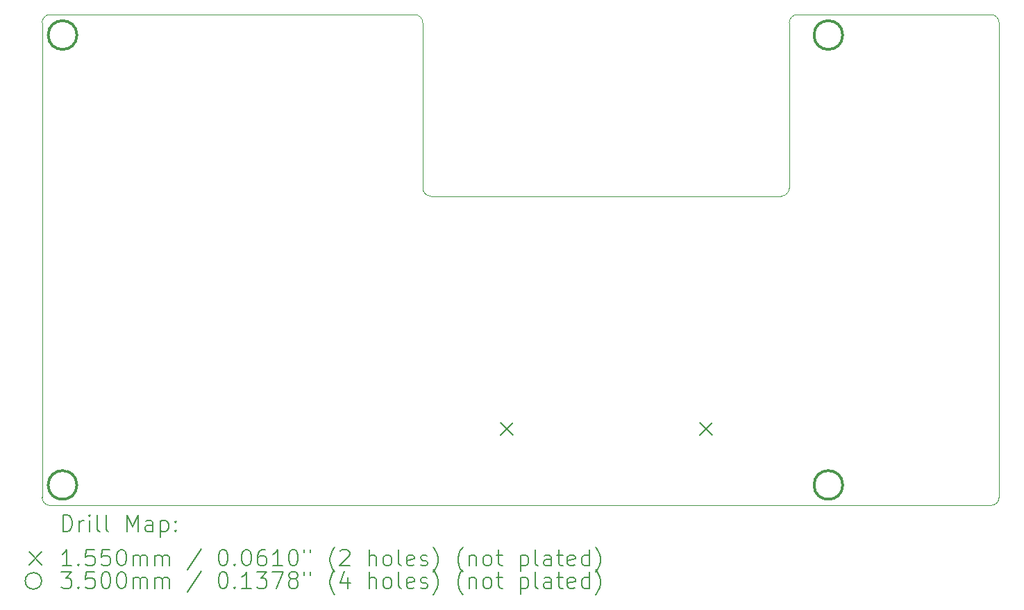
<source format=gbr>
%TF.GenerationSoftware,KiCad,Pcbnew,7.0.11*%
%TF.CreationDate,2024-05-26T23:12:03+03:00*%
%TF.ProjectId,delta_flop_arduino,64656c74-615f-4666-9c6f-705f61726475,rev?*%
%TF.SameCoordinates,Original*%
%TF.FileFunction,Drillmap*%
%TF.FilePolarity,Positive*%
%FSLAX45Y45*%
G04 Gerber Fmt 4.5, Leading zero omitted, Abs format (unit mm)*
G04 Created by KiCad (PCBNEW 7.0.11) date 2024-05-26 23:12:03*
%MOMM*%
%LPD*%
G01*
G04 APERTURE LIST*
%ADD10C,0.100000*%
%ADD11C,0.200000*%
%ADD12C,0.155000*%
%ADD13C,0.350000*%
G04 APERTURE END LIST*
D10*
X10427640Y-10154920D02*
G75*
G03*
X10327640Y-10254920I0J-100000D01*
G01*
X14970760Y-10254920D02*
G75*
G03*
X14870760Y-10154920I-100000J0D01*
G01*
X10327640Y-16044240D02*
G75*
G03*
X10427640Y-16144240I100000J0D01*
G01*
X19441160Y-12269800D02*
X19441160Y-10254920D01*
X22000000Y-10254920D02*
G75*
G03*
X21900000Y-10154920I-100000J0D01*
G01*
X22000000Y-10254920D02*
X22000000Y-16044240D01*
X19541160Y-10154920D02*
G75*
G03*
X19441160Y-10254920I0J-100000D01*
G01*
X10327640Y-16044240D02*
X10327640Y-10254920D01*
X19541160Y-10154920D02*
X21900000Y-10154920D01*
X19341160Y-12369800D02*
G75*
G03*
X19441160Y-12269800I0J100000D01*
G01*
X21900000Y-16144240D02*
G75*
G03*
X22000000Y-16044240I0J100000D01*
G01*
X14970760Y-12269800D02*
G75*
G03*
X15070760Y-12369800I100000J0D01*
G01*
X21900000Y-16144240D02*
X10427640Y-16144240D01*
X10427640Y-10154920D02*
X14870760Y-10154920D01*
X15070760Y-12369800D02*
X19341160Y-12369800D01*
X14970760Y-10254920D02*
X14970760Y-12269800D01*
D11*
D12*
X15920500Y-15134320D02*
X16075500Y-15289320D01*
X16075500Y-15134320D02*
X15920500Y-15289320D01*
X18346500Y-15134320D02*
X18501500Y-15289320D01*
X18501500Y-15134320D02*
X18346500Y-15289320D01*
D13*
X10752640Y-10404920D02*
G75*
G03*
X10402640Y-10404920I-175000J0D01*
G01*
X10402640Y-10404920D02*
G75*
G03*
X10752640Y-10404920I175000J0D01*
G01*
X10752640Y-15894240D02*
G75*
G03*
X10402640Y-15894240I-175000J0D01*
G01*
X10402640Y-15894240D02*
G75*
G03*
X10752640Y-15894240I175000J0D01*
G01*
X20092600Y-10404920D02*
G75*
G03*
X19742600Y-10404920I-175000J0D01*
G01*
X19742600Y-10404920D02*
G75*
G03*
X20092600Y-10404920I175000J0D01*
G01*
X20092600Y-15894240D02*
G75*
G03*
X19742600Y-15894240I-175000J0D01*
G01*
X19742600Y-15894240D02*
G75*
G03*
X20092600Y-15894240I175000J0D01*
G01*
D11*
X10583417Y-16460724D02*
X10583417Y-16260724D01*
X10583417Y-16260724D02*
X10631036Y-16260724D01*
X10631036Y-16260724D02*
X10659607Y-16270248D01*
X10659607Y-16270248D02*
X10678655Y-16289295D01*
X10678655Y-16289295D02*
X10688179Y-16308343D01*
X10688179Y-16308343D02*
X10697703Y-16346438D01*
X10697703Y-16346438D02*
X10697703Y-16375009D01*
X10697703Y-16375009D02*
X10688179Y-16413105D01*
X10688179Y-16413105D02*
X10678655Y-16432152D01*
X10678655Y-16432152D02*
X10659607Y-16451200D01*
X10659607Y-16451200D02*
X10631036Y-16460724D01*
X10631036Y-16460724D02*
X10583417Y-16460724D01*
X10783417Y-16460724D02*
X10783417Y-16327390D01*
X10783417Y-16365486D02*
X10792941Y-16346438D01*
X10792941Y-16346438D02*
X10802464Y-16336914D01*
X10802464Y-16336914D02*
X10821512Y-16327390D01*
X10821512Y-16327390D02*
X10840560Y-16327390D01*
X10907226Y-16460724D02*
X10907226Y-16327390D01*
X10907226Y-16260724D02*
X10897703Y-16270248D01*
X10897703Y-16270248D02*
X10907226Y-16279771D01*
X10907226Y-16279771D02*
X10916750Y-16270248D01*
X10916750Y-16270248D02*
X10907226Y-16260724D01*
X10907226Y-16260724D02*
X10907226Y-16279771D01*
X11031036Y-16460724D02*
X11011988Y-16451200D01*
X11011988Y-16451200D02*
X11002464Y-16432152D01*
X11002464Y-16432152D02*
X11002464Y-16260724D01*
X11135798Y-16460724D02*
X11116750Y-16451200D01*
X11116750Y-16451200D02*
X11107226Y-16432152D01*
X11107226Y-16432152D02*
X11107226Y-16260724D01*
X11364369Y-16460724D02*
X11364369Y-16260724D01*
X11364369Y-16260724D02*
X11431036Y-16403581D01*
X11431036Y-16403581D02*
X11497702Y-16260724D01*
X11497702Y-16260724D02*
X11497702Y-16460724D01*
X11678655Y-16460724D02*
X11678655Y-16355962D01*
X11678655Y-16355962D02*
X11669131Y-16336914D01*
X11669131Y-16336914D02*
X11650083Y-16327390D01*
X11650083Y-16327390D02*
X11611988Y-16327390D01*
X11611988Y-16327390D02*
X11592941Y-16336914D01*
X11678655Y-16451200D02*
X11659607Y-16460724D01*
X11659607Y-16460724D02*
X11611988Y-16460724D01*
X11611988Y-16460724D02*
X11592941Y-16451200D01*
X11592941Y-16451200D02*
X11583417Y-16432152D01*
X11583417Y-16432152D02*
X11583417Y-16413105D01*
X11583417Y-16413105D02*
X11592941Y-16394057D01*
X11592941Y-16394057D02*
X11611988Y-16384533D01*
X11611988Y-16384533D02*
X11659607Y-16384533D01*
X11659607Y-16384533D02*
X11678655Y-16375009D01*
X11773893Y-16327390D02*
X11773893Y-16527390D01*
X11773893Y-16336914D02*
X11792941Y-16327390D01*
X11792941Y-16327390D02*
X11831036Y-16327390D01*
X11831036Y-16327390D02*
X11850083Y-16336914D01*
X11850083Y-16336914D02*
X11859607Y-16346438D01*
X11859607Y-16346438D02*
X11869131Y-16365486D01*
X11869131Y-16365486D02*
X11869131Y-16422628D01*
X11869131Y-16422628D02*
X11859607Y-16441676D01*
X11859607Y-16441676D02*
X11850083Y-16451200D01*
X11850083Y-16451200D02*
X11831036Y-16460724D01*
X11831036Y-16460724D02*
X11792941Y-16460724D01*
X11792941Y-16460724D02*
X11773893Y-16451200D01*
X11954845Y-16441676D02*
X11964369Y-16451200D01*
X11964369Y-16451200D02*
X11954845Y-16460724D01*
X11954845Y-16460724D02*
X11945322Y-16451200D01*
X11945322Y-16451200D02*
X11954845Y-16441676D01*
X11954845Y-16441676D02*
X11954845Y-16460724D01*
X11954845Y-16336914D02*
X11964369Y-16346438D01*
X11964369Y-16346438D02*
X11954845Y-16355962D01*
X11954845Y-16355962D02*
X11945322Y-16346438D01*
X11945322Y-16346438D02*
X11954845Y-16336914D01*
X11954845Y-16336914D02*
X11954845Y-16355962D01*
D12*
X10167640Y-16711740D02*
X10322640Y-16866740D01*
X10322640Y-16711740D02*
X10167640Y-16866740D01*
D11*
X10688179Y-16880724D02*
X10573893Y-16880724D01*
X10631036Y-16880724D02*
X10631036Y-16680724D01*
X10631036Y-16680724D02*
X10611988Y-16709295D01*
X10611988Y-16709295D02*
X10592941Y-16728343D01*
X10592941Y-16728343D02*
X10573893Y-16737867D01*
X10773893Y-16861676D02*
X10783417Y-16871200D01*
X10783417Y-16871200D02*
X10773893Y-16880724D01*
X10773893Y-16880724D02*
X10764369Y-16871200D01*
X10764369Y-16871200D02*
X10773893Y-16861676D01*
X10773893Y-16861676D02*
X10773893Y-16880724D01*
X10964369Y-16680724D02*
X10869131Y-16680724D01*
X10869131Y-16680724D02*
X10859607Y-16775962D01*
X10859607Y-16775962D02*
X10869131Y-16766438D01*
X10869131Y-16766438D02*
X10888179Y-16756914D01*
X10888179Y-16756914D02*
X10935798Y-16756914D01*
X10935798Y-16756914D02*
X10954845Y-16766438D01*
X10954845Y-16766438D02*
X10964369Y-16775962D01*
X10964369Y-16775962D02*
X10973893Y-16795010D01*
X10973893Y-16795010D02*
X10973893Y-16842629D01*
X10973893Y-16842629D02*
X10964369Y-16861676D01*
X10964369Y-16861676D02*
X10954845Y-16871200D01*
X10954845Y-16871200D02*
X10935798Y-16880724D01*
X10935798Y-16880724D02*
X10888179Y-16880724D01*
X10888179Y-16880724D02*
X10869131Y-16871200D01*
X10869131Y-16871200D02*
X10859607Y-16861676D01*
X11154845Y-16680724D02*
X11059607Y-16680724D01*
X11059607Y-16680724D02*
X11050084Y-16775962D01*
X11050084Y-16775962D02*
X11059607Y-16766438D01*
X11059607Y-16766438D02*
X11078655Y-16756914D01*
X11078655Y-16756914D02*
X11126274Y-16756914D01*
X11126274Y-16756914D02*
X11145322Y-16766438D01*
X11145322Y-16766438D02*
X11154845Y-16775962D01*
X11154845Y-16775962D02*
X11164369Y-16795010D01*
X11164369Y-16795010D02*
X11164369Y-16842629D01*
X11164369Y-16842629D02*
X11154845Y-16861676D01*
X11154845Y-16861676D02*
X11145322Y-16871200D01*
X11145322Y-16871200D02*
X11126274Y-16880724D01*
X11126274Y-16880724D02*
X11078655Y-16880724D01*
X11078655Y-16880724D02*
X11059607Y-16871200D01*
X11059607Y-16871200D02*
X11050084Y-16861676D01*
X11288179Y-16680724D02*
X11307226Y-16680724D01*
X11307226Y-16680724D02*
X11326274Y-16690248D01*
X11326274Y-16690248D02*
X11335798Y-16699771D01*
X11335798Y-16699771D02*
X11345322Y-16718819D01*
X11345322Y-16718819D02*
X11354845Y-16756914D01*
X11354845Y-16756914D02*
X11354845Y-16804533D01*
X11354845Y-16804533D02*
X11345322Y-16842629D01*
X11345322Y-16842629D02*
X11335798Y-16861676D01*
X11335798Y-16861676D02*
X11326274Y-16871200D01*
X11326274Y-16871200D02*
X11307226Y-16880724D01*
X11307226Y-16880724D02*
X11288179Y-16880724D01*
X11288179Y-16880724D02*
X11269131Y-16871200D01*
X11269131Y-16871200D02*
X11259607Y-16861676D01*
X11259607Y-16861676D02*
X11250083Y-16842629D01*
X11250083Y-16842629D02*
X11240560Y-16804533D01*
X11240560Y-16804533D02*
X11240560Y-16756914D01*
X11240560Y-16756914D02*
X11250083Y-16718819D01*
X11250083Y-16718819D02*
X11259607Y-16699771D01*
X11259607Y-16699771D02*
X11269131Y-16690248D01*
X11269131Y-16690248D02*
X11288179Y-16680724D01*
X11440560Y-16880724D02*
X11440560Y-16747390D01*
X11440560Y-16766438D02*
X11450083Y-16756914D01*
X11450083Y-16756914D02*
X11469131Y-16747390D01*
X11469131Y-16747390D02*
X11497703Y-16747390D01*
X11497703Y-16747390D02*
X11516750Y-16756914D01*
X11516750Y-16756914D02*
X11526274Y-16775962D01*
X11526274Y-16775962D02*
X11526274Y-16880724D01*
X11526274Y-16775962D02*
X11535798Y-16756914D01*
X11535798Y-16756914D02*
X11554845Y-16747390D01*
X11554845Y-16747390D02*
X11583417Y-16747390D01*
X11583417Y-16747390D02*
X11602464Y-16756914D01*
X11602464Y-16756914D02*
X11611988Y-16775962D01*
X11611988Y-16775962D02*
X11611988Y-16880724D01*
X11707226Y-16880724D02*
X11707226Y-16747390D01*
X11707226Y-16766438D02*
X11716750Y-16756914D01*
X11716750Y-16756914D02*
X11735798Y-16747390D01*
X11735798Y-16747390D02*
X11764369Y-16747390D01*
X11764369Y-16747390D02*
X11783417Y-16756914D01*
X11783417Y-16756914D02*
X11792941Y-16775962D01*
X11792941Y-16775962D02*
X11792941Y-16880724D01*
X11792941Y-16775962D02*
X11802464Y-16756914D01*
X11802464Y-16756914D02*
X11821512Y-16747390D01*
X11821512Y-16747390D02*
X11850083Y-16747390D01*
X11850083Y-16747390D02*
X11869131Y-16756914D01*
X11869131Y-16756914D02*
X11878655Y-16775962D01*
X11878655Y-16775962D02*
X11878655Y-16880724D01*
X12269131Y-16671200D02*
X12097703Y-16928343D01*
X12526274Y-16680724D02*
X12545322Y-16680724D01*
X12545322Y-16680724D02*
X12564369Y-16690248D01*
X12564369Y-16690248D02*
X12573893Y-16699771D01*
X12573893Y-16699771D02*
X12583417Y-16718819D01*
X12583417Y-16718819D02*
X12592941Y-16756914D01*
X12592941Y-16756914D02*
X12592941Y-16804533D01*
X12592941Y-16804533D02*
X12583417Y-16842629D01*
X12583417Y-16842629D02*
X12573893Y-16861676D01*
X12573893Y-16861676D02*
X12564369Y-16871200D01*
X12564369Y-16871200D02*
X12545322Y-16880724D01*
X12545322Y-16880724D02*
X12526274Y-16880724D01*
X12526274Y-16880724D02*
X12507226Y-16871200D01*
X12507226Y-16871200D02*
X12497703Y-16861676D01*
X12497703Y-16861676D02*
X12488179Y-16842629D01*
X12488179Y-16842629D02*
X12478655Y-16804533D01*
X12478655Y-16804533D02*
X12478655Y-16756914D01*
X12478655Y-16756914D02*
X12488179Y-16718819D01*
X12488179Y-16718819D02*
X12497703Y-16699771D01*
X12497703Y-16699771D02*
X12507226Y-16690248D01*
X12507226Y-16690248D02*
X12526274Y-16680724D01*
X12678655Y-16861676D02*
X12688179Y-16871200D01*
X12688179Y-16871200D02*
X12678655Y-16880724D01*
X12678655Y-16880724D02*
X12669131Y-16871200D01*
X12669131Y-16871200D02*
X12678655Y-16861676D01*
X12678655Y-16861676D02*
X12678655Y-16880724D01*
X12811988Y-16680724D02*
X12831036Y-16680724D01*
X12831036Y-16680724D02*
X12850084Y-16690248D01*
X12850084Y-16690248D02*
X12859607Y-16699771D01*
X12859607Y-16699771D02*
X12869131Y-16718819D01*
X12869131Y-16718819D02*
X12878655Y-16756914D01*
X12878655Y-16756914D02*
X12878655Y-16804533D01*
X12878655Y-16804533D02*
X12869131Y-16842629D01*
X12869131Y-16842629D02*
X12859607Y-16861676D01*
X12859607Y-16861676D02*
X12850084Y-16871200D01*
X12850084Y-16871200D02*
X12831036Y-16880724D01*
X12831036Y-16880724D02*
X12811988Y-16880724D01*
X12811988Y-16880724D02*
X12792941Y-16871200D01*
X12792941Y-16871200D02*
X12783417Y-16861676D01*
X12783417Y-16861676D02*
X12773893Y-16842629D01*
X12773893Y-16842629D02*
X12764369Y-16804533D01*
X12764369Y-16804533D02*
X12764369Y-16756914D01*
X12764369Y-16756914D02*
X12773893Y-16718819D01*
X12773893Y-16718819D02*
X12783417Y-16699771D01*
X12783417Y-16699771D02*
X12792941Y-16690248D01*
X12792941Y-16690248D02*
X12811988Y-16680724D01*
X13050084Y-16680724D02*
X13011988Y-16680724D01*
X13011988Y-16680724D02*
X12992941Y-16690248D01*
X12992941Y-16690248D02*
X12983417Y-16699771D01*
X12983417Y-16699771D02*
X12964369Y-16728343D01*
X12964369Y-16728343D02*
X12954846Y-16766438D01*
X12954846Y-16766438D02*
X12954846Y-16842629D01*
X12954846Y-16842629D02*
X12964369Y-16861676D01*
X12964369Y-16861676D02*
X12973893Y-16871200D01*
X12973893Y-16871200D02*
X12992941Y-16880724D01*
X12992941Y-16880724D02*
X13031036Y-16880724D01*
X13031036Y-16880724D02*
X13050084Y-16871200D01*
X13050084Y-16871200D02*
X13059607Y-16861676D01*
X13059607Y-16861676D02*
X13069131Y-16842629D01*
X13069131Y-16842629D02*
X13069131Y-16795010D01*
X13069131Y-16795010D02*
X13059607Y-16775962D01*
X13059607Y-16775962D02*
X13050084Y-16766438D01*
X13050084Y-16766438D02*
X13031036Y-16756914D01*
X13031036Y-16756914D02*
X12992941Y-16756914D01*
X12992941Y-16756914D02*
X12973893Y-16766438D01*
X12973893Y-16766438D02*
X12964369Y-16775962D01*
X12964369Y-16775962D02*
X12954846Y-16795010D01*
X13259607Y-16880724D02*
X13145322Y-16880724D01*
X13202465Y-16880724D02*
X13202465Y-16680724D01*
X13202465Y-16680724D02*
X13183417Y-16709295D01*
X13183417Y-16709295D02*
X13164369Y-16728343D01*
X13164369Y-16728343D02*
X13145322Y-16737867D01*
X13383417Y-16680724D02*
X13402465Y-16680724D01*
X13402465Y-16680724D02*
X13421512Y-16690248D01*
X13421512Y-16690248D02*
X13431036Y-16699771D01*
X13431036Y-16699771D02*
X13440560Y-16718819D01*
X13440560Y-16718819D02*
X13450084Y-16756914D01*
X13450084Y-16756914D02*
X13450084Y-16804533D01*
X13450084Y-16804533D02*
X13440560Y-16842629D01*
X13440560Y-16842629D02*
X13431036Y-16861676D01*
X13431036Y-16861676D02*
X13421512Y-16871200D01*
X13421512Y-16871200D02*
X13402465Y-16880724D01*
X13402465Y-16880724D02*
X13383417Y-16880724D01*
X13383417Y-16880724D02*
X13364369Y-16871200D01*
X13364369Y-16871200D02*
X13354846Y-16861676D01*
X13354846Y-16861676D02*
X13345322Y-16842629D01*
X13345322Y-16842629D02*
X13335798Y-16804533D01*
X13335798Y-16804533D02*
X13335798Y-16756914D01*
X13335798Y-16756914D02*
X13345322Y-16718819D01*
X13345322Y-16718819D02*
X13354846Y-16699771D01*
X13354846Y-16699771D02*
X13364369Y-16690248D01*
X13364369Y-16690248D02*
X13383417Y-16680724D01*
X13526274Y-16680724D02*
X13526274Y-16718819D01*
X13602465Y-16680724D02*
X13602465Y-16718819D01*
X13897703Y-16956914D02*
X13888179Y-16947390D01*
X13888179Y-16947390D02*
X13869131Y-16918819D01*
X13869131Y-16918819D02*
X13859608Y-16899771D01*
X13859608Y-16899771D02*
X13850084Y-16871200D01*
X13850084Y-16871200D02*
X13840560Y-16823581D01*
X13840560Y-16823581D02*
X13840560Y-16785486D01*
X13840560Y-16785486D02*
X13850084Y-16737867D01*
X13850084Y-16737867D02*
X13859608Y-16709295D01*
X13859608Y-16709295D02*
X13869131Y-16690248D01*
X13869131Y-16690248D02*
X13888179Y-16661676D01*
X13888179Y-16661676D02*
X13897703Y-16652152D01*
X13964369Y-16699771D02*
X13973893Y-16690248D01*
X13973893Y-16690248D02*
X13992941Y-16680724D01*
X13992941Y-16680724D02*
X14040560Y-16680724D01*
X14040560Y-16680724D02*
X14059608Y-16690248D01*
X14059608Y-16690248D02*
X14069131Y-16699771D01*
X14069131Y-16699771D02*
X14078655Y-16718819D01*
X14078655Y-16718819D02*
X14078655Y-16737867D01*
X14078655Y-16737867D02*
X14069131Y-16766438D01*
X14069131Y-16766438D02*
X13954846Y-16880724D01*
X13954846Y-16880724D02*
X14078655Y-16880724D01*
X14316750Y-16880724D02*
X14316750Y-16680724D01*
X14402465Y-16880724D02*
X14402465Y-16775962D01*
X14402465Y-16775962D02*
X14392941Y-16756914D01*
X14392941Y-16756914D02*
X14373893Y-16747390D01*
X14373893Y-16747390D02*
X14345322Y-16747390D01*
X14345322Y-16747390D02*
X14326274Y-16756914D01*
X14326274Y-16756914D02*
X14316750Y-16766438D01*
X14526274Y-16880724D02*
X14507227Y-16871200D01*
X14507227Y-16871200D02*
X14497703Y-16861676D01*
X14497703Y-16861676D02*
X14488179Y-16842629D01*
X14488179Y-16842629D02*
X14488179Y-16785486D01*
X14488179Y-16785486D02*
X14497703Y-16766438D01*
X14497703Y-16766438D02*
X14507227Y-16756914D01*
X14507227Y-16756914D02*
X14526274Y-16747390D01*
X14526274Y-16747390D02*
X14554846Y-16747390D01*
X14554846Y-16747390D02*
X14573893Y-16756914D01*
X14573893Y-16756914D02*
X14583417Y-16766438D01*
X14583417Y-16766438D02*
X14592941Y-16785486D01*
X14592941Y-16785486D02*
X14592941Y-16842629D01*
X14592941Y-16842629D02*
X14583417Y-16861676D01*
X14583417Y-16861676D02*
X14573893Y-16871200D01*
X14573893Y-16871200D02*
X14554846Y-16880724D01*
X14554846Y-16880724D02*
X14526274Y-16880724D01*
X14707227Y-16880724D02*
X14688179Y-16871200D01*
X14688179Y-16871200D02*
X14678655Y-16852152D01*
X14678655Y-16852152D02*
X14678655Y-16680724D01*
X14859608Y-16871200D02*
X14840560Y-16880724D01*
X14840560Y-16880724D02*
X14802465Y-16880724D01*
X14802465Y-16880724D02*
X14783417Y-16871200D01*
X14783417Y-16871200D02*
X14773893Y-16852152D01*
X14773893Y-16852152D02*
X14773893Y-16775962D01*
X14773893Y-16775962D02*
X14783417Y-16756914D01*
X14783417Y-16756914D02*
X14802465Y-16747390D01*
X14802465Y-16747390D02*
X14840560Y-16747390D01*
X14840560Y-16747390D02*
X14859608Y-16756914D01*
X14859608Y-16756914D02*
X14869131Y-16775962D01*
X14869131Y-16775962D02*
X14869131Y-16795010D01*
X14869131Y-16795010D02*
X14773893Y-16814057D01*
X14945322Y-16871200D02*
X14964370Y-16880724D01*
X14964370Y-16880724D02*
X15002465Y-16880724D01*
X15002465Y-16880724D02*
X15021512Y-16871200D01*
X15021512Y-16871200D02*
X15031036Y-16852152D01*
X15031036Y-16852152D02*
X15031036Y-16842629D01*
X15031036Y-16842629D02*
X15021512Y-16823581D01*
X15021512Y-16823581D02*
X15002465Y-16814057D01*
X15002465Y-16814057D02*
X14973893Y-16814057D01*
X14973893Y-16814057D02*
X14954846Y-16804533D01*
X14954846Y-16804533D02*
X14945322Y-16785486D01*
X14945322Y-16785486D02*
X14945322Y-16775962D01*
X14945322Y-16775962D02*
X14954846Y-16756914D01*
X14954846Y-16756914D02*
X14973893Y-16747390D01*
X14973893Y-16747390D02*
X15002465Y-16747390D01*
X15002465Y-16747390D02*
X15021512Y-16756914D01*
X15097703Y-16956914D02*
X15107227Y-16947390D01*
X15107227Y-16947390D02*
X15126274Y-16918819D01*
X15126274Y-16918819D02*
X15135798Y-16899771D01*
X15135798Y-16899771D02*
X15145322Y-16871200D01*
X15145322Y-16871200D02*
X15154846Y-16823581D01*
X15154846Y-16823581D02*
X15154846Y-16785486D01*
X15154846Y-16785486D02*
X15145322Y-16737867D01*
X15145322Y-16737867D02*
X15135798Y-16709295D01*
X15135798Y-16709295D02*
X15126274Y-16690248D01*
X15126274Y-16690248D02*
X15107227Y-16661676D01*
X15107227Y-16661676D02*
X15097703Y-16652152D01*
X15459608Y-16956914D02*
X15450084Y-16947390D01*
X15450084Y-16947390D02*
X15431036Y-16918819D01*
X15431036Y-16918819D02*
X15421512Y-16899771D01*
X15421512Y-16899771D02*
X15411989Y-16871200D01*
X15411989Y-16871200D02*
X15402465Y-16823581D01*
X15402465Y-16823581D02*
X15402465Y-16785486D01*
X15402465Y-16785486D02*
X15411989Y-16737867D01*
X15411989Y-16737867D02*
X15421512Y-16709295D01*
X15421512Y-16709295D02*
X15431036Y-16690248D01*
X15431036Y-16690248D02*
X15450084Y-16661676D01*
X15450084Y-16661676D02*
X15459608Y-16652152D01*
X15535798Y-16747390D02*
X15535798Y-16880724D01*
X15535798Y-16766438D02*
X15545322Y-16756914D01*
X15545322Y-16756914D02*
X15564370Y-16747390D01*
X15564370Y-16747390D02*
X15592941Y-16747390D01*
X15592941Y-16747390D02*
X15611989Y-16756914D01*
X15611989Y-16756914D02*
X15621512Y-16775962D01*
X15621512Y-16775962D02*
X15621512Y-16880724D01*
X15745322Y-16880724D02*
X15726274Y-16871200D01*
X15726274Y-16871200D02*
X15716751Y-16861676D01*
X15716751Y-16861676D02*
X15707227Y-16842629D01*
X15707227Y-16842629D02*
X15707227Y-16785486D01*
X15707227Y-16785486D02*
X15716751Y-16766438D01*
X15716751Y-16766438D02*
X15726274Y-16756914D01*
X15726274Y-16756914D02*
X15745322Y-16747390D01*
X15745322Y-16747390D02*
X15773893Y-16747390D01*
X15773893Y-16747390D02*
X15792941Y-16756914D01*
X15792941Y-16756914D02*
X15802465Y-16766438D01*
X15802465Y-16766438D02*
X15811989Y-16785486D01*
X15811989Y-16785486D02*
X15811989Y-16842629D01*
X15811989Y-16842629D02*
X15802465Y-16861676D01*
X15802465Y-16861676D02*
X15792941Y-16871200D01*
X15792941Y-16871200D02*
X15773893Y-16880724D01*
X15773893Y-16880724D02*
X15745322Y-16880724D01*
X15869132Y-16747390D02*
X15945322Y-16747390D01*
X15897703Y-16680724D02*
X15897703Y-16852152D01*
X15897703Y-16852152D02*
X15907227Y-16871200D01*
X15907227Y-16871200D02*
X15926274Y-16880724D01*
X15926274Y-16880724D02*
X15945322Y-16880724D01*
X16164370Y-16747390D02*
X16164370Y-16947390D01*
X16164370Y-16756914D02*
X16183417Y-16747390D01*
X16183417Y-16747390D02*
X16221513Y-16747390D01*
X16221513Y-16747390D02*
X16240560Y-16756914D01*
X16240560Y-16756914D02*
X16250084Y-16766438D01*
X16250084Y-16766438D02*
X16259608Y-16785486D01*
X16259608Y-16785486D02*
X16259608Y-16842629D01*
X16259608Y-16842629D02*
X16250084Y-16861676D01*
X16250084Y-16861676D02*
X16240560Y-16871200D01*
X16240560Y-16871200D02*
X16221513Y-16880724D01*
X16221513Y-16880724D02*
X16183417Y-16880724D01*
X16183417Y-16880724D02*
X16164370Y-16871200D01*
X16373893Y-16880724D02*
X16354846Y-16871200D01*
X16354846Y-16871200D02*
X16345322Y-16852152D01*
X16345322Y-16852152D02*
X16345322Y-16680724D01*
X16535798Y-16880724D02*
X16535798Y-16775962D01*
X16535798Y-16775962D02*
X16526274Y-16756914D01*
X16526274Y-16756914D02*
X16507227Y-16747390D01*
X16507227Y-16747390D02*
X16469132Y-16747390D01*
X16469132Y-16747390D02*
X16450084Y-16756914D01*
X16535798Y-16871200D02*
X16516751Y-16880724D01*
X16516751Y-16880724D02*
X16469132Y-16880724D01*
X16469132Y-16880724D02*
X16450084Y-16871200D01*
X16450084Y-16871200D02*
X16440560Y-16852152D01*
X16440560Y-16852152D02*
X16440560Y-16833105D01*
X16440560Y-16833105D02*
X16450084Y-16814057D01*
X16450084Y-16814057D02*
X16469132Y-16804533D01*
X16469132Y-16804533D02*
X16516751Y-16804533D01*
X16516751Y-16804533D02*
X16535798Y-16795010D01*
X16602465Y-16747390D02*
X16678655Y-16747390D01*
X16631036Y-16680724D02*
X16631036Y-16852152D01*
X16631036Y-16852152D02*
X16640560Y-16871200D01*
X16640560Y-16871200D02*
X16659608Y-16880724D01*
X16659608Y-16880724D02*
X16678655Y-16880724D01*
X16821513Y-16871200D02*
X16802465Y-16880724D01*
X16802465Y-16880724D02*
X16764370Y-16880724D01*
X16764370Y-16880724D02*
X16745322Y-16871200D01*
X16745322Y-16871200D02*
X16735798Y-16852152D01*
X16735798Y-16852152D02*
X16735798Y-16775962D01*
X16735798Y-16775962D02*
X16745322Y-16756914D01*
X16745322Y-16756914D02*
X16764370Y-16747390D01*
X16764370Y-16747390D02*
X16802465Y-16747390D01*
X16802465Y-16747390D02*
X16821513Y-16756914D01*
X16821513Y-16756914D02*
X16831036Y-16775962D01*
X16831036Y-16775962D02*
X16831036Y-16795010D01*
X16831036Y-16795010D02*
X16735798Y-16814057D01*
X17002465Y-16880724D02*
X17002465Y-16680724D01*
X17002465Y-16871200D02*
X16983417Y-16880724D01*
X16983417Y-16880724D02*
X16945322Y-16880724D01*
X16945322Y-16880724D02*
X16926275Y-16871200D01*
X16926275Y-16871200D02*
X16916751Y-16861676D01*
X16916751Y-16861676D02*
X16907227Y-16842629D01*
X16907227Y-16842629D02*
X16907227Y-16785486D01*
X16907227Y-16785486D02*
X16916751Y-16766438D01*
X16916751Y-16766438D02*
X16926275Y-16756914D01*
X16926275Y-16756914D02*
X16945322Y-16747390D01*
X16945322Y-16747390D02*
X16983417Y-16747390D01*
X16983417Y-16747390D02*
X17002465Y-16756914D01*
X17078656Y-16956914D02*
X17088179Y-16947390D01*
X17088179Y-16947390D02*
X17107227Y-16918819D01*
X17107227Y-16918819D02*
X17116751Y-16899771D01*
X17116751Y-16899771D02*
X17126275Y-16871200D01*
X17126275Y-16871200D02*
X17135798Y-16823581D01*
X17135798Y-16823581D02*
X17135798Y-16785486D01*
X17135798Y-16785486D02*
X17126275Y-16737867D01*
X17126275Y-16737867D02*
X17116751Y-16709295D01*
X17116751Y-16709295D02*
X17107227Y-16690248D01*
X17107227Y-16690248D02*
X17088179Y-16661676D01*
X17088179Y-16661676D02*
X17078656Y-16652152D01*
X10322640Y-17064240D02*
G75*
G03*
X10122640Y-17064240I-100000J0D01*
G01*
X10122640Y-17064240D02*
G75*
G03*
X10322640Y-17064240I100000J0D01*
G01*
X10564369Y-16955724D02*
X10688179Y-16955724D01*
X10688179Y-16955724D02*
X10621512Y-17031914D01*
X10621512Y-17031914D02*
X10650084Y-17031914D01*
X10650084Y-17031914D02*
X10669131Y-17041438D01*
X10669131Y-17041438D02*
X10678655Y-17050962D01*
X10678655Y-17050962D02*
X10688179Y-17070010D01*
X10688179Y-17070010D02*
X10688179Y-17117629D01*
X10688179Y-17117629D02*
X10678655Y-17136676D01*
X10678655Y-17136676D02*
X10669131Y-17146200D01*
X10669131Y-17146200D02*
X10650084Y-17155724D01*
X10650084Y-17155724D02*
X10592941Y-17155724D01*
X10592941Y-17155724D02*
X10573893Y-17146200D01*
X10573893Y-17146200D02*
X10564369Y-17136676D01*
X10773893Y-17136676D02*
X10783417Y-17146200D01*
X10783417Y-17146200D02*
X10773893Y-17155724D01*
X10773893Y-17155724D02*
X10764369Y-17146200D01*
X10764369Y-17146200D02*
X10773893Y-17136676D01*
X10773893Y-17136676D02*
X10773893Y-17155724D01*
X10964369Y-16955724D02*
X10869131Y-16955724D01*
X10869131Y-16955724D02*
X10859607Y-17050962D01*
X10859607Y-17050962D02*
X10869131Y-17041438D01*
X10869131Y-17041438D02*
X10888179Y-17031914D01*
X10888179Y-17031914D02*
X10935798Y-17031914D01*
X10935798Y-17031914D02*
X10954845Y-17041438D01*
X10954845Y-17041438D02*
X10964369Y-17050962D01*
X10964369Y-17050962D02*
X10973893Y-17070010D01*
X10973893Y-17070010D02*
X10973893Y-17117629D01*
X10973893Y-17117629D02*
X10964369Y-17136676D01*
X10964369Y-17136676D02*
X10954845Y-17146200D01*
X10954845Y-17146200D02*
X10935798Y-17155724D01*
X10935798Y-17155724D02*
X10888179Y-17155724D01*
X10888179Y-17155724D02*
X10869131Y-17146200D01*
X10869131Y-17146200D02*
X10859607Y-17136676D01*
X11097703Y-16955724D02*
X11116750Y-16955724D01*
X11116750Y-16955724D02*
X11135798Y-16965248D01*
X11135798Y-16965248D02*
X11145322Y-16974771D01*
X11145322Y-16974771D02*
X11154845Y-16993819D01*
X11154845Y-16993819D02*
X11164369Y-17031914D01*
X11164369Y-17031914D02*
X11164369Y-17079533D01*
X11164369Y-17079533D02*
X11154845Y-17117629D01*
X11154845Y-17117629D02*
X11145322Y-17136676D01*
X11145322Y-17136676D02*
X11135798Y-17146200D01*
X11135798Y-17146200D02*
X11116750Y-17155724D01*
X11116750Y-17155724D02*
X11097703Y-17155724D01*
X11097703Y-17155724D02*
X11078655Y-17146200D01*
X11078655Y-17146200D02*
X11069131Y-17136676D01*
X11069131Y-17136676D02*
X11059607Y-17117629D01*
X11059607Y-17117629D02*
X11050084Y-17079533D01*
X11050084Y-17079533D02*
X11050084Y-17031914D01*
X11050084Y-17031914D02*
X11059607Y-16993819D01*
X11059607Y-16993819D02*
X11069131Y-16974771D01*
X11069131Y-16974771D02*
X11078655Y-16965248D01*
X11078655Y-16965248D02*
X11097703Y-16955724D01*
X11288179Y-16955724D02*
X11307226Y-16955724D01*
X11307226Y-16955724D02*
X11326274Y-16965248D01*
X11326274Y-16965248D02*
X11335798Y-16974771D01*
X11335798Y-16974771D02*
X11345322Y-16993819D01*
X11345322Y-16993819D02*
X11354845Y-17031914D01*
X11354845Y-17031914D02*
X11354845Y-17079533D01*
X11354845Y-17079533D02*
X11345322Y-17117629D01*
X11345322Y-17117629D02*
X11335798Y-17136676D01*
X11335798Y-17136676D02*
X11326274Y-17146200D01*
X11326274Y-17146200D02*
X11307226Y-17155724D01*
X11307226Y-17155724D02*
X11288179Y-17155724D01*
X11288179Y-17155724D02*
X11269131Y-17146200D01*
X11269131Y-17146200D02*
X11259607Y-17136676D01*
X11259607Y-17136676D02*
X11250083Y-17117629D01*
X11250083Y-17117629D02*
X11240560Y-17079533D01*
X11240560Y-17079533D02*
X11240560Y-17031914D01*
X11240560Y-17031914D02*
X11250083Y-16993819D01*
X11250083Y-16993819D02*
X11259607Y-16974771D01*
X11259607Y-16974771D02*
X11269131Y-16965248D01*
X11269131Y-16965248D02*
X11288179Y-16955724D01*
X11440560Y-17155724D02*
X11440560Y-17022390D01*
X11440560Y-17041438D02*
X11450083Y-17031914D01*
X11450083Y-17031914D02*
X11469131Y-17022390D01*
X11469131Y-17022390D02*
X11497703Y-17022390D01*
X11497703Y-17022390D02*
X11516750Y-17031914D01*
X11516750Y-17031914D02*
X11526274Y-17050962D01*
X11526274Y-17050962D02*
X11526274Y-17155724D01*
X11526274Y-17050962D02*
X11535798Y-17031914D01*
X11535798Y-17031914D02*
X11554845Y-17022390D01*
X11554845Y-17022390D02*
X11583417Y-17022390D01*
X11583417Y-17022390D02*
X11602464Y-17031914D01*
X11602464Y-17031914D02*
X11611988Y-17050962D01*
X11611988Y-17050962D02*
X11611988Y-17155724D01*
X11707226Y-17155724D02*
X11707226Y-17022390D01*
X11707226Y-17041438D02*
X11716750Y-17031914D01*
X11716750Y-17031914D02*
X11735798Y-17022390D01*
X11735798Y-17022390D02*
X11764369Y-17022390D01*
X11764369Y-17022390D02*
X11783417Y-17031914D01*
X11783417Y-17031914D02*
X11792941Y-17050962D01*
X11792941Y-17050962D02*
X11792941Y-17155724D01*
X11792941Y-17050962D02*
X11802464Y-17031914D01*
X11802464Y-17031914D02*
X11821512Y-17022390D01*
X11821512Y-17022390D02*
X11850083Y-17022390D01*
X11850083Y-17022390D02*
X11869131Y-17031914D01*
X11869131Y-17031914D02*
X11878655Y-17050962D01*
X11878655Y-17050962D02*
X11878655Y-17155724D01*
X12269131Y-16946200D02*
X12097703Y-17203343D01*
X12526274Y-16955724D02*
X12545322Y-16955724D01*
X12545322Y-16955724D02*
X12564369Y-16965248D01*
X12564369Y-16965248D02*
X12573893Y-16974771D01*
X12573893Y-16974771D02*
X12583417Y-16993819D01*
X12583417Y-16993819D02*
X12592941Y-17031914D01*
X12592941Y-17031914D02*
X12592941Y-17079533D01*
X12592941Y-17079533D02*
X12583417Y-17117629D01*
X12583417Y-17117629D02*
X12573893Y-17136676D01*
X12573893Y-17136676D02*
X12564369Y-17146200D01*
X12564369Y-17146200D02*
X12545322Y-17155724D01*
X12545322Y-17155724D02*
X12526274Y-17155724D01*
X12526274Y-17155724D02*
X12507226Y-17146200D01*
X12507226Y-17146200D02*
X12497703Y-17136676D01*
X12497703Y-17136676D02*
X12488179Y-17117629D01*
X12488179Y-17117629D02*
X12478655Y-17079533D01*
X12478655Y-17079533D02*
X12478655Y-17031914D01*
X12478655Y-17031914D02*
X12488179Y-16993819D01*
X12488179Y-16993819D02*
X12497703Y-16974771D01*
X12497703Y-16974771D02*
X12507226Y-16965248D01*
X12507226Y-16965248D02*
X12526274Y-16955724D01*
X12678655Y-17136676D02*
X12688179Y-17146200D01*
X12688179Y-17146200D02*
X12678655Y-17155724D01*
X12678655Y-17155724D02*
X12669131Y-17146200D01*
X12669131Y-17146200D02*
X12678655Y-17136676D01*
X12678655Y-17136676D02*
X12678655Y-17155724D01*
X12878655Y-17155724D02*
X12764369Y-17155724D01*
X12821512Y-17155724D02*
X12821512Y-16955724D01*
X12821512Y-16955724D02*
X12802465Y-16984295D01*
X12802465Y-16984295D02*
X12783417Y-17003343D01*
X12783417Y-17003343D02*
X12764369Y-17012867D01*
X12945322Y-16955724D02*
X13069131Y-16955724D01*
X13069131Y-16955724D02*
X13002465Y-17031914D01*
X13002465Y-17031914D02*
X13031036Y-17031914D01*
X13031036Y-17031914D02*
X13050084Y-17041438D01*
X13050084Y-17041438D02*
X13059607Y-17050962D01*
X13059607Y-17050962D02*
X13069131Y-17070010D01*
X13069131Y-17070010D02*
X13069131Y-17117629D01*
X13069131Y-17117629D02*
X13059607Y-17136676D01*
X13059607Y-17136676D02*
X13050084Y-17146200D01*
X13050084Y-17146200D02*
X13031036Y-17155724D01*
X13031036Y-17155724D02*
X12973893Y-17155724D01*
X12973893Y-17155724D02*
X12954846Y-17146200D01*
X12954846Y-17146200D02*
X12945322Y-17136676D01*
X13135798Y-16955724D02*
X13269131Y-16955724D01*
X13269131Y-16955724D02*
X13183417Y-17155724D01*
X13373893Y-17041438D02*
X13354846Y-17031914D01*
X13354846Y-17031914D02*
X13345322Y-17022390D01*
X13345322Y-17022390D02*
X13335798Y-17003343D01*
X13335798Y-17003343D02*
X13335798Y-16993819D01*
X13335798Y-16993819D02*
X13345322Y-16974771D01*
X13345322Y-16974771D02*
X13354846Y-16965248D01*
X13354846Y-16965248D02*
X13373893Y-16955724D01*
X13373893Y-16955724D02*
X13411988Y-16955724D01*
X13411988Y-16955724D02*
X13431036Y-16965248D01*
X13431036Y-16965248D02*
X13440560Y-16974771D01*
X13440560Y-16974771D02*
X13450084Y-16993819D01*
X13450084Y-16993819D02*
X13450084Y-17003343D01*
X13450084Y-17003343D02*
X13440560Y-17022390D01*
X13440560Y-17022390D02*
X13431036Y-17031914D01*
X13431036Y-17031914D02*
X13411988Y-17041438D01*
X13411988Y-17041438D02*
X13373893Y-17041438D01*
X13373893Y-17041438D02*
X13354846Y-17050962D01*
X13354846Y-17050962D02*
X13345322Y-17060486D01*
X13345322Y-17060486D02*
X13335798Y-17079533D01*
X13335798Y-17079533D02*
X13335798Y-17117629D01*
X13335798Y-17117629D02*
X13345322Y-17136676D01*
X13345322Y-17136676D02*
X13354846Y-17146200D01*
X13354846Y-17146200D02*
X13373893Y-17155724D01*
X13373893Y-17155724D02*
X13411988Y-17155724D01*
X13411988Y-17155724D02*
X13431036Y-17146200D01*
X13431036Y-17146200D02*
X13440560Y-17136676D01*
X13440560Y-17136676D02*
X13450084Y-17117629D01*
X13450084Y-17117629D02*
X13450084Y-17079533D01*
X13450084Y-17079533D02*
X13440560Y-17060486D01*
X13440560Y-17060486D02*
X13431036Y-17050962D01*
X13431036Y-17050962D02*
X13411988Y-17041438D01*
X13526274Y-16955724D02*
X13526274Y-16993819D01*
X13602465Y-16955724D02*
X13602465Y-16993819D01*
X13897703Y-17231914D02*
X13888179Y-17222390D01*
X13888179Y-17222390D02*
X13869131Y-17193819D01*
X13869131Y-17193819D02*
X13859608Y-17174771D01*
X13859608Y-17174771D02*
X13850084Y-17146200D01*
X13850084Y-17146200D02*
X13840560Y-17098581D01*
X13840560Y-17098581D02*
X13840560Y-17060486D01*
X13840560Y-17060486D02*
X13850084Y-17012867D01*
X13850084Y-17012867D02*
X13859608Y-16984295D01*
X13859608Y-16984295D02*
X13869131Y-16965248D01*
X13869131Y-16965248D02*
X13888179Y-16936676D01*
X13888179Y-16936676D02*
X13897703Y-16927152D01*
X14059608Y-17022390D02*
X14059608Y-17155724D01*
X14011988Y-16946200D02*
X13964369Y-17089057D01*
X13964369Y-17089057D02*
X14088179Y-17089057D01*
X14316750Y-17155724D02*
X14316750Y-16955724D01*
X14402465Y-17155724D02*
X14402465Y-17050962D01*
X14402465Y-17050962D02*
X14392941Y-17031914D01*
X14392941Y-17031914D02*
X14373893Y-17022390D01*
X14373893Y-17022390D02*
X14345322Y-17022390D01*
X14345322Y-17022390D02*
X14326274Y-17031914D01*
X14326274Y-17031914D02*
X14316750Y-17041438D01*
X14526274Y-17155724D02*
X14507227Y-17146200D01*
X14507227Y-17146200D02*
X14497703Y-17136676D01*
X14497703Y-17136676D02*
X14488179Y-17117629D01*
X14488179Y-17117629D02*
X14488179Y-17060486D01*
X14488179Y-17060486D02*
X14497703Y-17041438D01*
X14497703Y-17041438D02*
X14507227Y-17031914D01*
X14507227Y-17031914D02*
X14526274Y-17022390D01*
X14526274Y-17022390D02*
X14554846Y-17022390D01*
X14554846Y-17022390D02*
X14573893Y-17031914D01*
X14573893Y-17031914D02*
X14583417Y-17041438D01*
X14583417Y-17041438D02*
X14592941Y-17060486D01*
X14592941Y-17060486D02*
X14592941Y-17117629D01*
X14592941Y-17117629D02*
X14583417Y-17136676D01*
X14583417Y-17136676D02*
X14573893Y-17146200D01*
X14573893Y-17146200D02*
X14554846Y-17155724D01*
X14554846Y-17155724D02*
X14526274Y-17155724D01*
X14707227Y-17155724D02*
X14688179Y-17146200D01*
X14688179Y-17146200D02*
X14678655Y-17127152D01*
X14678655Y-17127152D02*
X14678655Y-16955724D01*
X14859608Y-17146200D02*
X14840560Y-17155724D01*
X14840560Y-17155724D02*
X14802465Y-17155724D01*
X14802465Y-17155724D02*
X14783417Y-17146200D01*
X14783417Y-17146200D02*
X14773893Y-17127152D01*
X14773893Y-17127152D02*
X14773893Y-17050962D01*
X14773893Y-17050962D02*
X14783417Y-17031914D01*
X14783417Y-17031914D02*
X14802465Y-17022390D01*
X14802465Y-17022390D02*
X14840560Y-17022390D01*
X14840560Y-17022390D02*
X14859608Y-17031914D01*
X14859608Y-17031914D02*
X14869131Y-17050962D01*
X14869131Y-17050962D02*
X14869131Y-17070010D01*
X14869131Y-17070010D02*
X14773893Y-17089057D01*
X14945322Y-17146200D02*
X14964370Y-17155724D01*
X14964370Y-17155724D02*
X15002465Y-17155724D01*
X15002465Y-17155724D02*
X15021512Y-17146200D01*
X15021512Y-17146200D02*
X15031036Y-17127152D01*
X15031036Y-17127152D02*
X15031036Y-17117629D01*
X15031036Y-17117629D02*
X15021512Y-17098581D01*
X15021512Y-17098581D02*
X15002465Y-17089057D01*
X15002465Y-17089057D02*
X14973893Y-17089057D01*
X14973893Y-17089057D02*
X14954846Y-17079533D01*
X14954846Y-17079533D02*
X14945322Y-17060486D01*
X14945322Y-17060486D02*
X14945322Y-17050962D01*
X14945322Y-17050962D02*
X14954846Y-17031914D01*
X14954846Y-17031914D02*
X14973893Y-17022390D01*
X14973893Y-17022390D02*
X15002465Y-17022390D01*
X15002465Y-17022390D02*
X15021512Y-17031914D01*
X15097703Y-17231914D02*
X15107227Y-17222390D01*
X15107227Y-17222390D02*
X15126274Y-17193819D01*
X15126274Y-17193819D02*
X15135798Y-17174771D01*
X15135798Y-17174771D02*
X15145322Y-17146200D01*
X15145322Y-17146200D02*
X15154846Y-17098581D01*
X15154846Y-17098581D02*
X15154846Y-17060486D01*
X15154846Y-17060486D02*
X15145322Y-17012867D01*
X15145322Y-17012867D02*
X15135798Y-16984295D01*
X15135798Y-16984295D02*
X15126274Y-16965248D01*
X15126274Y-16965248D02*
X15107227Y-16936676D01*
X15107227Y-16936676D02*
X15097703Y-16927152D01*
X15459608Y-17231914D02*
X15450084Y-17222390D01*
X15450084Y-17222390D02*
X15431036Y-17193819D01*
X15431036Y-17193819D02*
X15421512Y-17174771D01*
X15421512Y-17174771D02*
X15411989Y-17146200D01*
X15411989Y-17146200D02*
X15402465Y-17098581D01*
X15402465Y-17098581D02*
X15402465Y-17060486D01*
X15402465Y-17060486D02*
X15411989Y-17012867D01*
X15411989Y-17012867D02*
X15421512Y-16984295D01*
X15421512Y-16984295D02*
X15431036Y-16965248D01*
X15431036Y-16965248D02*
X15450084Y-16936676D01*
X15450084Y-16936676D02*
X15459608Y-16927152D01*
X15535798Y-17022390D02*
X15535798Y-17155724D01*
X15535798Y-17041438D02*
X15545322Y-17031914D01*
X15545322Y-17031914D02*
X15564370Y-17022390D01*
X15564370Y-17022390D02*
X15592941Y-17022390D01*
X15592941Y-17022390D02*
X15611989Y-17031914D01*
X15611989Y-17031914D02*
X15621512Y-17050962D01*
X15621512Y-17050962D02*
X15621512Y-17155724D01*
X15745322Y-17155724D02*
X15726274Y-17146200D01*
X15726274Y-17146200D02*
X15716751Y-17136676D01*
X15716751Y-17136676D02*
X15707227Y-17117629D01*
X15707227Y-17117629D02*
X15707227Y-17060486D01*
X15707227Y-17060486D02*
X15716751Y-17041438D01*
X15716751Y-17041438D02*
X15726274Y-17031914D01*
X15726274Y-17031914D02*
X15745322Y-17022390D01*
X15745322Y-17022390D02*
X15773893Y-17022390D01*
X15773893Y-17022390D02*
X15792941Y-17031914D01*
X15792941Y-17031914D02*
X15802465Y-17041438D01*
X15802465Y-17041438D02*
X15811989Y-17060486D01*
X15811989Y-17060486D02*
X15811989Y-17117629D01*
X15811989Y-17117629D02*
X15802465Y-17136676D01*
X15802465Y-17136676D02*
X15792941Y-17146200D01*
X15792941Y-17146200D02*
X15773893Y-17155724D01*
X15773893Y-17155724D02*
X15745322Y-17155724D01*
X15869132Y-17022390D02*
X15945322Y-17022390D01*
X15897703Y-16955724D02*
X15897703Y-17127152D01*
X15897703Y-17127152D02*
X15907227Y-17146200D01*
X15907227Y-17146200D02*
X15926274Y-17155724D01*
X15926274Y-17155724D02*
X15945322Y-17155724D01*
X16164370Y-17022390D02*
X16164370Y-17222390D01*
X16164370Y-17031914D02*
X16183417Y-17022390D01*
X16183417Y-17022390D02*
X16221513Y-17022390D01*
X16221513Y-17022390D02*
X16240560Y-17031914D01*
X16240560Y-17031914D02*
X16250084Y-17041438D01*
X16250084Y-17041438D02*
X16259608Y-17060486D01*
X16259608Y-17060486D02*
X16259608Y-17117629D01*
X16259608Y-17117629D02*
X16250084Y-17136676D01*
X16250084Y-17136676D02*
X16240560Y-17146200D01*
X16240560Y-17146200D02*
X16221513Y-17155724D01*
X16221513Y-17155724D02*
X16183417Y-17155724D01*
X16183417Y-17155724D02*
X16164370Y-17146200D01*
X16373893Y-17155724D02*
X16354846Y-17146200D01*
X16354846Y-17146200D02*
X16345322Y-17127152D01*
X16345322Y-17127152D02*
X16345322Y-16955724D01*
X16535798Y-17155724D02*
X16535798Y-17050962D01*
X16535798Y-17050962D02*
X16526274Y-17031914D01*
X16526274Y-17031914D02*
X16507227Y-17022390D01*
X16507227Y-17022390D02*
X16469132Y-17022390D01*
X16469132Y-17022390D02*
X16450084Y-17031914D01*
X16535798Y-17146200D02*
X16516751Y-17155724D01*
X16516751Y-17155724D02*
X16469132Y-17155724D01*
X16469132Y-17155724D02*
X16450084Y-17146200D01*
X16450084Y-17146200D02*
X16440560Y-17127152D01*
X16440560Y-17127152D02*
X16440560Y-17108105D01*
X16440560Y-17108105D02*
X16450084Y-17089057D01*
X16450084Y-17089057D02*
X16469132Y-17079533D01*
X16469132Y-17079533D02*
X16516751Y-17079533D01*
X16516751Y-17079533D02*
X16535798Y-17070010D01*
X16602465Y-17022390D02*
X16678655Y-17022390D01*
X16631036Y-16955724D02*
X16631036Y-17127152D01*
X16631036Y-17127152D02*
X16640560Y-17146200D01*
X16640560Y-17146200D02*
X16659608Y-17155724D01*
X16659608Y-17155724D02*
X16678655Y-17155724D01*
X16821513Y-17146200D02*
X16802465Y-17155724D01*
X16802465Y-17155724D02*
X16764370Y-17155724D01*
X16764370Y-17155724D02*
X16745322Y-17146200D01*
X16745322Y-17146200D02*
X16735798Y-17127152D01*
X16735798Y-17127152D02*
X16735798Y-17050962D01*
X16735798Y-17050962D02*
X16745322Y-17031914D01*
X16745322Y-17031914D02*
X16764370Y-17022390D01*
X16764370Y-17022390D02*
X16802465Y-17022390D01*
X16802465Y-17022390D02*
X16821513Y-17031914D01*
X16821513Y-17031914D02*
X16831036Y-17050962D01*
X16831036Y-17050962D02*
X16831036Y-17070010D01*
X16831036Y-17070010D02*
X16735798Y-17089057D01*
X17002465Y-17155724D02*
X17002465Y-16955724D01*
X17002465Y-17146200D02*
X16983417Y-17155724D01*
X16983417Y-17155724D02*
X16945322Y-17155724D01*
X16945322Y-17155724D02*
X16926275Y-17146200D01*
X16926275Y-17146200D02*
X16916751Y-17136676D01*
X16916751Y-17136676D02*
X16907227Y-17117629D01*
X16907227Y-17117629D02*
X16907227Y-17060486D01*
X16907227Y-17060486D02*
X16916751Y-17041438D01*
X16916751Y-17041438D02*
X16926275Y-17031914D01*
X16926275Y-17031914D02*
X16945322Y-17022390D01*
X16945322Y-17022390D02*
X16983417Y-17022390D01*
X16983417Y-17022390D02*
X17002465Y-17031914D01*
X17078656Y-17231914D02*
X17088179Y-17222390D01*
X17088179Y-17222390D02*
X17107227Y-17193819D01*
X17107227Y-17193819D02*
X17116751Y-17174771D01*
X17116751Y-17174771D02*
X17126275Y-17146200D01*
X17126275Y-17146200D02*
X17135798Y-17098581D01*
X17135798Y-17098581D02*
X17135798Y-17060486D01*
X17135798Y-17060486D02*
X17126275Y-17012867D01*
X17126275Y-17012867D02*
X17116751Y-16984295D01*
X17116751Y-16984295D02*
X17107227Y-16965248D01*
X17107227Y-16965248D02*
X17088179Y-16936676D01*
X17088179Y-16936676D02*
X17078656Y-16927152D01*
M02*

</source>
